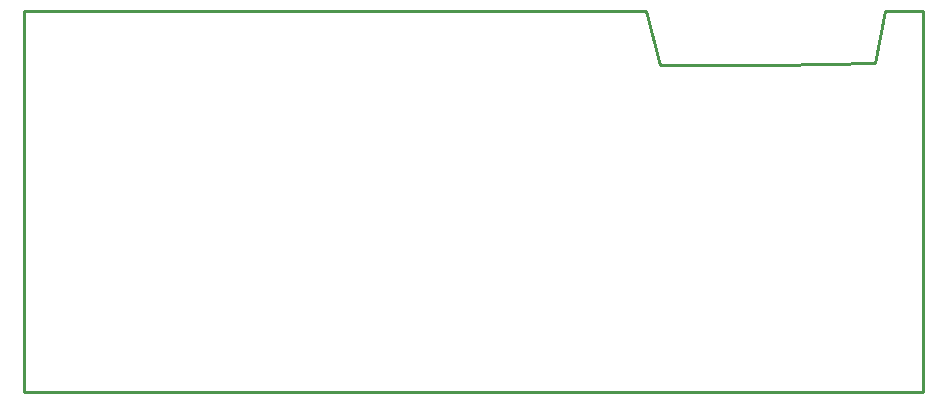
<source format=gko>
G04 Layer: BoardOutline*
G04 EasyEDA v6.3.43, 2020-05-24T14:51:43+02:00*
G04 8b069e2c24b14efe805d348ad6be2aff,234966f79ee84ceb97ee69e44186daaf,10*
G04 Gerber Generator version 0.2*
G04 Scale: 100 percent, Rotated: No, Reflected: No *
G04 Dimensions in millimeters *
G04 leading zeros omitted , absolute positions ,3 integer and 3 decimal *
%FSLAX33Y33*%
%MOMM*%
G90*
G71D02*

%ADD10C,0.254000*%
G54D10*
G01X76073Y254D02*
G01X76073Y254D01*
G01X76073Y0D01*
G01X0Y0D01*
G01X0Y32258D01*
G01X127Y32258D01*
G01X127Y32258D02*
G01X52669Y32258D01*
G01X53848Y27686D01*
G01X63627Y27686D01*
G01X72009Y27813D01*
G01X72862Y32258D01*
G01X76073Y32258D01*
G01X76073Y32258D02*
G01X76073Y254D01*

%LPD*%
M00*
M02*

</source>
